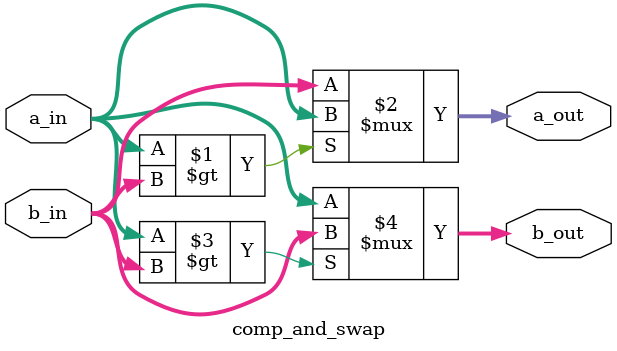
<source format=v>

module SE #(
    parameter[7:0] DATAWIDTH = 8,
    parameter[7:0] ARRAYLENGTH = 10
)(
    input clk,
    input[(DATAWIDTH*ARRAYLENGTH)-1:0] array_in,
    input valid_in,
    output reg[(DATAWIDTH*ARRAYLENGTH)-1:0] array_out,
    output reg valid_out
);
    reg[ARRAYLENGTH-1:0] state = 1;
    reg[(DATAWIDTH*ARRAYLENGTH)-1:0] swap_in;
    reg[(DATAWIDTH*ARRAYLENGTH)-1:0] swap_out;
    reg initial_valid_in = 0;
    swap_layer #(
        .DATAWIDTH(DATAWIDTH),
        .ARRAYLENGTH(ARRAYLENGTH)
    ) swaper (
        .array_in(swap_in),
        .array_out(swap_out)
    );
    
    /*
        Sorting state machine
        Input input when valid_in
        Output result when done sorting with flag valid_out
    */
    always @(posedge clk) begin
        if (valid_in) begin // resets state
            state <= 1;
            valid_out <= 0;
            swap_in <= array_in;
        end else if (initial_valid_in) begin
            if (state[ARRAYLENGTH / 2 - 1 + ARRAYLENGTH % 2]) begin // sorted state
                valid_out <= 1;
                array_out <= swap_out;
            end else begin // sorting iteration, shift to next state
                valid_out <= 0;
                state <= {state[ARRAYLENGTH-2:0], 1'b0};
                swap_in <= swap_out;
            end
        end else begin valid_out <= 0; end
    end
endmodule

// Iteration of compare and swap for whole array
module swap_layer #(
    parameter[7:0] DATAWIDTH = 8,
    parameter[7:0] ARRAYLENGTH = 10
)(
    input [(DATAWIDTH*ARRAYLENGTH)-1:0] array_in,
    output [(DATAWIDTH*ARRAYLENGTH)-1:0] array_out
);
    wire[(DATAWIDTH*ARRAYLENGTH)-1:0] array_mid; // step between 1st and second layer
    generate
        genvar i;
        genvar j;
        if (ARRAYLENGTH % 2 == 0) begin // if even sized array
            // directly drive edge values
            assign array_out[DATAWIDTH-1:0] = array_mid[DATAWIDTH-1:0];
    	    assign array_out[(DATAWIDTH*ARRAYLENGTH)-1:DATAWIDTH*(ARRAYLENGTH-1)] = array_mid[(DATAWIDTH*ARRAYLENGTH)-1:DATAWIDTH*(ARRAYLENGTH-1)];
            for (i = 0; i < ARRAYLENGTH; i = i + 2) begin
                comp_and_swap #(.DATAWIDTH(DATAWIDTH)) u ( // first layer
                    .a_in(array_in[(i+1)*DATAWIDTH-1 : i*DATAWIDTH]),
                    .b_in(array_in[(i+2)*DATAWIDTH-1: (i+1)*DATAWIDTH]),
                    .a_out(array_mid[(i+1)*DATAWIDTH-1 : i*DATAWIDTH]),
                    .b_out(array_mid[(i+2)*DATAWIDTH-1: (i+1)*DATAWIDTH])
            	);
                if (i < ARRAYLENGTH - 2) begin
                    comp_and_swap #(.DATAWIDTH(DATAWIDTH)) v ( // second layer
                        .a_in(array_mid[(i+2)*DATAWIDTH-1 : (i+1)*DATAWIDTH]),
                        .b_in(array_mid[(i+3)*DATAWIDTH-1 : (i+2)*DATAWIDTH]),
                        .a_out(array_out[(i+2)*DATAWIDTH-1 : (i+1)*DATAWIDTH]),
                        .b_out(array_out[(i+3)*DATAWIDTH-1 : (i+2)*DATAWIDTH])
                    );
                end
            end
        end else begin // if odd sized array
            // directly drive edge values
            assign array_mid[DATAWIDTH-1:0] = array_in[DATAWIDTH-1:0];
    		assign array_out[(DATAWIDTH*ARRAYLENGTH)-1:DATAWIDTH*(ARRAYLENGTH-1)] = array_mid[(DATAWIDTH*ARRAYLENGTH)-1:DATAWIDTH*(ARRAYLENGTH-1)];
            for (i = 0; i < ARRAYLENGTH - 1; i = i + 2) begin
            	comp_and_swap #(.DATAWIDTH(DATAWIDTH)) u ( // first layer
                    .a_in(array_in[(i+2)*DATAWIDTH-1 : (i+1)*DATAWIDTH]),
                    .b_in(array_in[(i+3)*DATAWIDTH-1: (i+2)*DATAWIDTH]),
                    .a_out(array_mid[(i+2)*DATAWIDTH-1 : (i+1)*DATAWIDTH]),
                    .b_out(array_mid[(i+3)*DATAWIDTH-1: (i+2)*DATAWIDTH])
            	);
                comp_and_swap #(.DATAWIDTH(DATAWIDTH)) v ( // second layer
                    .a_in(array_mid[(i+1)*DATAWIDTH-1 : i*DATAWIDTH]),
                    .b_in(array_mid[(i+2)*DATAWIDTH-1: (i+1)*DATAWIDTH]),
                    .a_out(array_out[(i+1)*DATAWIDTH-1 : i*DATAWIDTH]),
                    .b_out(array_out[(i+2)*DATAWIDTH-1: (i+1)*DATAWIDTH])
            	);
            end
        end
    endgenerate
endmodule

// Order 2 inputs least to greates
module comp_and_swap #(
    parameter[7:0] DATAWIDTH = 4
)(
    input[DATAWIDTH-1:0] a_in,
    input[DATAWIDTH-1:0] b_in,
    output[DATAWIDTH-1:0] a_out,
    output[DATAWIDTH-1:0] b_out
);
    assign a_out = (a_in > b_in) ? a_in : b_in;
    assign b_out = (a_in > b_in) ? b_in : a_in;
endmodule

</source>
